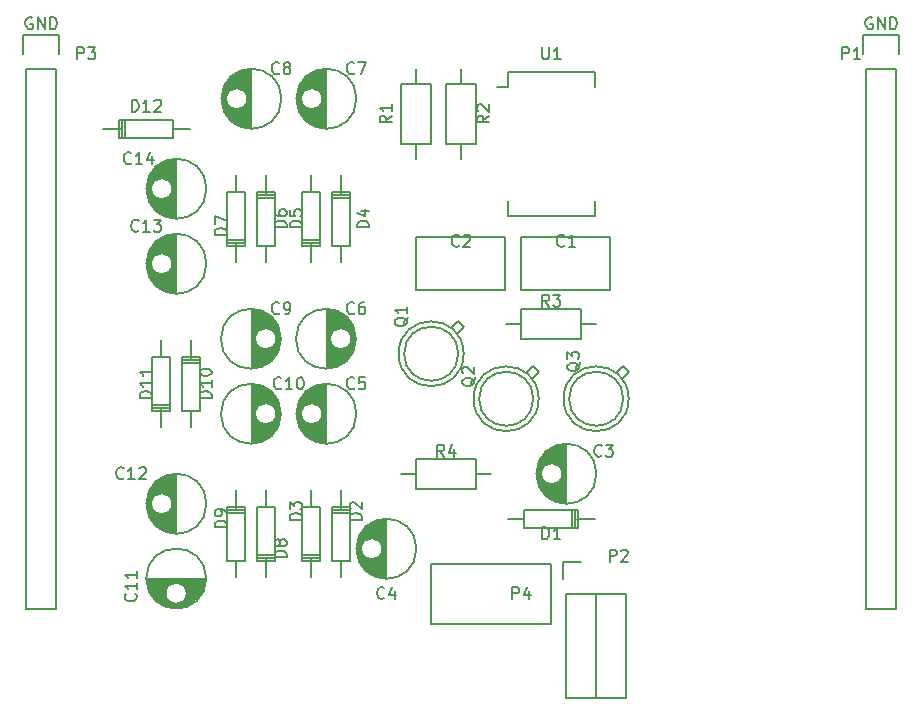
<source format=gbr>
G04 #@! TF.FileFunction,Legend,Top*
%FSLAX46Y46*%
G04 Gerber Fmt 4.6, Leading zero omitted, Abs format (unit mm)*
G04 Created by KiCad (PCBNEW 4.0.3+e1-6302~38~ubuntu16.04.1-stable) date Thu Aug 25 17:14:47 2016*
%MOMM*%
%LPD*%
G01*
G04 APERTURE LIST*
%ADD10C,0.100000*%
%ADD11C,0.150000*%
G04 APERTURE END LIST*
D10*
D11*
X114320000Y-51090000D02*
X121820000Y-51090000D01*
X121820000Y-51090000D02*
X121820000Y-55590000D01*
X121820000Y-55590000D02*
X114320000Y-55590000D01*
X114320000Y-55590000D02*
X114320000Y-51090000D01*
X105430000Y-51090000D02*
X112930000Y-51090000D01*
X112930000Y-51090000D02*
X112930000Y-55590000D01*
X112930000Y-55590000D02*
X105430000Y-55590000D01*
X105430000Y-55590000D02*
X105430000Y-51090000D01*
X114553480Y-74932540D02*
X113156480Y-74932540D01*
X118998480Y-74932540D02*
X120522480Y-74932540D01*
X118617480Y-75694540D02*
X118617480Y-74170540D01*
X118871480Y-75694540D02*
X118871480Y-74170540D01*
X119125480Y-74932540D02*
X119125480Y-74170540D01*
X119125480Y-74170540D02*
X114553480Y-74170540D01*
X114553480Y-74170540D02*
X114553480Y-75694540D01*
X114553480Y-75694540D02*
X119125480Y-75694540D01*
X119125480Y-75694540D02*
X119125480Y-74932540D01*
X99062540Y-78486520D02*
X99062540Y-79883520D01*
X99062540Y-74041520D02*
X99062540Y-72517520D01*
X99824540Y-74422520D02*
X98300540Y-74422520D01*
X99824540Y-74168520D02*
X98300540Y-74168520D01*
X99062540Y-73914520D02*
X98300540Y-73914520D01*
X98300540Y-73914520D02*
X98300540Y-78486520D01*
X98300540Y-78486520D02*
X99824540Y-78486520D01*
X99824540Y-78486520D02*
X99824540Y-73914520D01*
X99824540Y-73914520D02*
X99062540Y-73914520D01*
X96517460Y-73913480D02*
X96517460Y-72516480D01*
X96517460Y-78358480D02*
X96517460Y-79882480D01*
X95755460Y-77977480D02*
X97279460Y-77977480D01*
X95755460Y-78231480D02*
X97279460Y-78231480D01*
X96517460Y-78485480D02*
X97279460Y-78485480D01*
X97279460Y-78485480D02*
X97279460Y-73913480D01*
X97279460Y-73913480D02*
X95755460Y-73913480D01*
X95755460Y-73913480D02*
X95755460Y-78485480D01*
X95755460Y-78485480D02*
X96517460Y-78485480D01*
X99062540Y-51816520D02*
X99062540Y-53213520D01*
X99062540Y-47371520D02*
X99062540Y-45847520D01*
X99824540Y-47752520D02*
X98300540Y-47752520D01*
X99824540Y-47498520D02*
X98300540Y-47498520D01*
X99062540Y-47244520D02*
X98300540Y-47244520D01*
X98300540Y-47244520D02*
X98300540Y-51816520D01*
X98300540Y-51816520D02*
X99824540Y-51816520D01*
X99824540Y-51816520D02*
X99824540Y-47244520D01*
X99824540Y-47244520D02*
X99062540Y-47244520D01*
X96517460Y-47243480D02*
X96517460Y-45846480D01*
X96517460Y-51688480D02*
X96517460Y-53212480D01*
X95755460Y-51307480D02*
X97279460Y-51307480D01*
X95755460Y-51561480D02*
X97279460Y-51561480D01*
X96517460Y-51815480D02*
X97279460Y-51815480D01*
X97279460Y-51815480D02*
X97279460Y-47243480D01*
X97279460Y-47243480D02*
X95755460Y-47243480D01*
X95755460Y-47243480D02*
X95755460Y-51815480D01*
X95755460Y-51815480D02*
X96517460Y-51815480D01*
X90167460Y-47243480D02*
X90167460Y-45846480D01*
X90167460Y-51688480D02*
X90167460Y-53212480D01*
X89405460Y-51307480D02*
X90929460Y-51307480D01*
X89405460Y-51561480D02*
X90929460Y-51561480D01*
X90167460Y-51815480D02*
X90929460Y-51815480D01*
X90929460Y-51815480D02*
X90929460Y-47243480D01*
X90929460Y-47243480D02*
X89405460Y-47243480D01*
X89405460Y-47243480D02*
X89405460Y-51815480D01*
X89405460Y-51815480D02*
X90167460Y-51815480D01*
X92712540Y-51816520D02*
X92712540Y-53213520D01*
X92712540Y-47371520D02*
X92712540Y-45847520D01*
X93474540Y-47752520D02*
X91950540Y-47752520D01*
X93474540Y-47498520D02*
X91950540Y-47498520D01*
X92712540Y-47244520D02*
X91950540Y-47244520D01*
X91950540Y-47244520D02*
X91950540Y-51816520D01*
X91950540Y-51816520D02*
X93474540Y-51816520D01*
X93474540Y-51816520D02*
X93474540Y-47244520D01*
X93474540Y-47244520D02*
X92712540Y-47244520D01*
X92707460Y-73913480D02*
X92707460Y-72516480D01*
X92707460Y-78358480D02*
X92707460Y-79882480D01*
X91945460Y-77977480D02*
X93469460Y-77977480D01*
X91945460Y-78231480D02*
X93469460Y-78231480D01*
X92707460Y-78485480D02*
X93469460Y-78485480D01*
X93469460Y-78485480D02*
X93469460Y-73913480D01*
X93469460Y-73913480D02*
X91945460Y-73913480D01*
X91945460Y-73913480D02*
X91945460Y-78485480D01*
X91945460Y-78485480D02*
X92707460Y-78485480D01*
X90172540Y-78486520D02*
X90172540Y-79883520D01*
X90172540Y-74041520D02*
X90172540Y-72517520D01*
X90934540Y-74422520D02*
X89410540Y-74422520D01*
X90934540Y-74168520D02*
X89410540Y-74168520D01*
X90172540Y-73914520D02*
X89410540Y-73914520D01*
X89410540Y-73914520D02*
X89410540Y-78486520D01*
X89410540Y-78486520D02*
X90934540Y-78486520D01*
X90934540Y-78486520D02*
X90934540Y-73914520D01*
X90934540Y-73914520D02*
X90172540Y-73914520D01*
X86362540Y-65786520D02*
X86362540Y-67183520D01*
X86362540Y-61341520D02*
X86362540Y-59817520D01*
X87124540Y-61722520D02*
X85600540Y-61722520D01*
X87124540Y-61468520D02*
X85600540Y-61468520D01*
X86362540Y-61214520D02*
X85600540Y-61214520D01*
X85600540Y-61214520D02*
X85600540Y-65786520D01*
X85600540Y-65786520D02*
X87124540Y-65786520D01*
X87124540Y-65786520D02*
X87124540Y-61214520D01*
X87124540Y-61214520D02*
X86362540Y-61214520D01*
X83817460Y-61213480D02*
X83817460Y-59816480D01*
X83817460Y-65658480D02*
X83817460Y-67182480D01*
X83055460Y-65277480D02*
X84579460Y-65277480D01*
X83055460Y-65531480D02*
X84579460Y-65531480D01*
X83817460Y-65785480D02*
X84579460Y-65785480D01*
X84579460Y-65785480D02*
X84579460Y-61213480D01*
X84579460Y-61213480D02*
X83055460Y-61213480D01*
X83055460Y-61213480D02*
X83055460Y-65785480D01*
X83055460Y-65785480D02*
X83817460Y-65785480D01*
X84836520Y-41907460D02*
X86233520Y-41907460D01*
X80391520Y-41907460D02*
X78867520Y-41907460D01*
X80772520Y-41145460D02*
X80772520Y-42669460D01*
X80518520Y-41145460D02*
X80518520Y-42669460D01*
X80264520Y-41907460D02*
X80264520Y-42669460D01*
X80264520Y-42669460D02*
X84836520Y-42669460D01*
X84836520Y-42669460D02*
X84836520Y-41145460D01*
X84836520Y-41145460D02*
X80264520Y-41145460D01*
X80264520Y-41145460D02*
X80264520Y-41907460D01*
X106680000Y-38100000D02*
X106680000Y-43180000D01*
X106680000Y-43180000D02*
X104140000Y-43180000D01*
X104140000Y-43180000D02*
X104140000Y-38100000D01*
X104140000Y-38100000D02*
X106680000Y-38100000D01*
X105410000Y-38100000D02*
X105410000Y-36830000D01*
X105410000Y-43180000D02*
X105410000Y-44450000D01*
X110490000Y-38100000D02*
X110490000Y-43180000D01*
X110490000Y-43180000D02*
X107950000Y-43180000D01*
X107950000Y-43180000D02*
X107950000Y-38100000D01*
X107950000Y-38100000D02*
X110490000Y-38100000D01*
X109220000Y-38100000D02*
X109220000Y-36830000D01*
X109220000Y-43180000D02*
X109220000Y-44450000D01*
X114300000Y-57150000D02*
X119380000Y-57150000D01*
X119380000Y-57150000D02*
X119380000Y-59690000D01*
X119380000Y-59690000D02*
X114300000Y-59690000D01*
X114300000Y-59690000D02*
X114300000Y-57150000D01*
X114300000Y-58420000D02*
X113030000Y-58420000D01*
X119380000Y-58420000D02*
X120650000Y-58420000D01*
X110490000Y-72390000D02*
X105410000Y-72390000D01*
X105410000Y-72390000D02*
X105410000Y-69850000D01*
X105410000Y-69850000D02*
X110490000Y-69850000D01*
X110490000Y-69850000D02*
X110490000Y-72390000D01*
X110490000Y-71120000D02*
X111760000Y-71120000D01*
X105410000Y-71120000D02*
X104140000Y-71120000D01*
X113165000Y-37075000D02*
X113165000Y-38345000D01*
X120515000Y-37075000D02*
X120515000Y-38345000D01*
X120515000Y-49285000D02*
X120515000Y-48015000D01*
X113165000Y-49285000D02*
X113165000Y-48015000D01*
X113165000Y-37075000D02*
X120515000Y-37075000D01*
X113165000Y-49285000D02*
X120515000Y-49285000D01*
X113165000Y-38345000D02*
X112230000Y-38345000D01*
X85035000Y-49489000D02*
X85035000Y-44491000D01*
X84895000Y-49481000D02*
X84895000Y-44499000D01*
X84755000Y-49465000D02*
X84755000Y-47085000D01*
X84755000Y-46895000D02*
X84755000Y-44515000D01*
X84615000Y-49441000D02*
X84615000Y-47480000D01*
X84615000Y-46500000D02*
X84615000Y-44539000D01*
X84475000Y-49408000D02*
X84475000Y-47647000D01*
X84475000Y-46333000D02*
X84475000Y-44572000D01*
X84335000Y-49367000D02*
X84335000Y-47754000D01*
X84335000Y-46226000D02*
X84335000Y-44613000D01*
X84195000Y-49317000D02*
X84195000Y-47825000D01*
X84195000Y-46155000D02*
X84195000Y-44663000D01*
X84055000Y-49256000D02*
X84055000Y-47869000D01*
X84055000Y-46111000D02*
X84055000Y-44724000D01*
X83915000Y-49186000D02*
X83915000Y-47888000D01*
X83915000Y-46092000D02*
X83915000Y-44794000D01*
X83775000Y-49104000D02*
X83775000Y-47886000D01*
X83775000Y-46094000D02*
X83775000Y-44876000D01*
X83635000Y-49009000D02*
X83635000Y-47861000D01*
X83635000Y-46119000D02*
X83635000Y-44971000D01*
X83495000Y-48898000D02*
X83495000Y-47813000D01*
X83495000Y-46167000D02*
X83495000Y-45082000D01*
X83355000Y-48770000D02*
X83355000Y-47735000D01*
X83355000Y-46245000D02*
X83355000Y-45210000D01*
X83215000Y-48621000D02*
X83215000Y-47618000D01*
X83215000Y-46362000D02*
X83215000Y-45359000D01*
X83075000Y-48442000D02*
X83075000Y-47430000D01*
X83075000Y-46550000D02*
X83075000Y-45538000D01*
X82935000Y-48223000D02*
X82935000Y-45757000D01*
X82795000Y-47934000D02*
X82795000Y-46046000D01*
X82655000Y-47462000D02*
X82655000Y-46518000D01*
X84760000Y-46990000D02*
G75*
G03X84760000Y-46990000I-900000J0D01*
G01*
X87647500Y-46990000D02*
G75*
G03X87647500Y-46990000I-2537500J0D01*
G01*
X85035000Y-55839000D02*
X85035000Y-50841000D01*
X84895000Y-55831000D02*
X84895000Y-50849000D01*
X84755000Y-55815000D02*
X84755000Y-53435000D01*
X84755000Y-53245000D02*
X84755000Y-50865000D01*
X84615000Y-55791000D02*
X84615000Y-53830000D01*
X84615000Y-52850000D02*
X84615000Y-50889000D01*
X84475000Y-55758000D02*
X84475000Y-53997000D01*
X84475000Y-52683000D02*
X84475000Y-50922000D01*
X84335000Y-55717000D02*
X84335000Y-54104000D01*
X84335000Y-52576000D02*
X84335000Y-50963000D01*
X84195000Y-55667000D02*
X84195000Y-54175000D01*
X84195000Y-52505000D02*
X84195000Y-51013000D01*
X84055000Y-55606000D02*
X84055000Y-54219000D01*
X84055000Y-52461000D02*
X84055000Y-51074000D01*
X83915000Y-55536000D02*
X83915000Y-54238000D01*
X83915000Y-52442000D02*
X83915000Y-51144000D01*
X83775000Y-55454000D02*
X83775000Y-54236000D01*
X83775000Y-52444000D02*
X83775000Y-51226000D01*
X83635000Y-55359000D02*
X83635000Y-54211000D01*
X83635000Y-52469000D02*
X83635000Y-51321000D01*
X83495000Y-55248000D02*
X83495000Y-54163000D01*
X83495000Y-52517000D02*
X83495000Y-51432000D01*
X83355000Y-55120000D02*
X83355000Y-54085000D01*
X83355000Y-52595000D02*
X83355000Y-51560000D01*
X83215000Y-54971000D02*
X83215000Y-53968000D01*
X83215000Y-52712000D02*
X83215000Y-51709000D01*
X83075000Y-54792000D02*
X83075000Y-53780000D01*
X83075000Y-52900000D02*
X83075000Y-51888000D01*
X82935000Y-54573000D02*
X82935000Y-52107000D01*
X82795000Y-54284000D02*
X82795000Y-52396000D01*
X82655000Y-53812000D02*
X82655000Y-52868000D01*
X84760000Y-53340000D02*
G75*
G03X84760000Y-53340000I-900000J0D01*
G01*
X87647500Y-53340000D02*
G75*
G03X87647500Y-53340000I-2537500J0D01*
G01*
X85035000Y-76159000D02*
X85035000Y-71161000D01*
X84895000Y-76151000D02*
X84895000Y-71169000D01*
X84755000Y-76135000D02*
X84755000Y-73755000D01*
X84755000Y-73565000D02*
X84755000Y-71185000D01*
X84615000Y-76111000D02*
X84615000Y-74150000D01*
X84615000Y-73170000D02*
X84615000Y-71209000D01*
X84475000Y-76078000D02*
X84475000Y-74317000D01*
X84475000Y-73003000D02*
X84475000Y-71242000D01*
X84335000Y-76037000D02*
X84335000Y-74424000D01*
X84335000Y-72896000D02*
X84335000Y-71283000D01*
X84195000Y-75987000D02*
X84195000Y-74495000D01*
X84195000Y-72825000D02*
X84195000Y-71333000D01*
X84055000Y-75926000D02*
X84055000Y-74539000D01*
X84055000Y-72781000D02*
X84055000Y-71394000D01*
X83915000Y-75856000D02*
X83915000Y-74558000D01*
X83915000Y-72762000D02*
X83915000Y-71464000D01*
X83775000Y-75774000D02*
X83775000Y-74556000D01*
X83775000Y-72764000D02*
X83775000Y-71546000D01*
X83635000Y-75679000D02*
X83635000Y-74531000D01*
X83635000Y-72789000D02*
X83635000Y-71641000D01*
X83495000Y-75568000D02*
X83495000Y-74483000D01*
X83495000Y-72837000D02*
X83495000Y-71752000D01*
X83355000Y-75440000D02*
X83355000Y-74405000D01*
X83355000Y-72915000D02*
X83355000Y-71880000D01*
X83215000Y-75291000D02*
X83215000Y-74288000D01*
X83215000Y-73032000D02*
X83215000Y-72029000D01*
X83075000Y-75112000D02*
X83075000Y-74100000D01*
X83075000Y-73220000D02*
X83075000Y-72208000D01*
X82935000Y-74893000D02*
X82935000Y-72427000D01*
X82795000Y-74604000D02*
X82795000Y-72716000D01*
X82655000Y-74132000D02*
X82655000Y-73188000D01*
X84760000Y-73660000D02*
G75*
G03X84760000Y-73660000I-900000J0D01*
G01*
X87647500Y-73660000D02*
G75*
G03X87647500Y-73660000I-2537500J0D01*
G01*
X87589000Y-80065000D02*
X82591000Y-80065000D01*
X87581000Y-80205000D02*
X82599000Y-80205000D01*
X87565000Y-80345000D02*
X85185000Y-80345000D01*
X84995000Y-80345000D02*
X82615000Y-80345000D01*
X87541000Y-80485000D02*
X85580000Y-80485000D01*
X84600000Y-80485000D02*
X82639000Y-80485000D01*
X87508000Y-80625000D02*
X85747000Y-80625000D01*
X84433000Y-80625000D02*
X82672000Y-80625000D01*
X87467000Y-80765000D02*
X85854000Y-80765000D01*
X84326000Y-80765000D02*
X82713000Y-80765000D01*
X87417000Y-80905000D02*
X85925000Y-80905000D01*
X84255000Y-80905000D02*
X82763000Y-80905000D01*
X87356000Y-81045000D02*
X85969000Y-81045000D01*
X84211000Y-81045000D02*
X82824000Y-81045000D01*
X87286000Y-81185000D02*
X85988000Y-81185000D01*
X84192000Y-81185000D02*
X82894000Y-81185000D01*
X87204000Y-81325000D02*
X85986000Y-81325000D01*
X84194000Y-81325000D02*
X82976000Y-81325000D01*
X87109000Y-81465000D02*
X85961000Y-81465000D01*
X84219000Y-81465000D02*
X83071000Y-81465000D01*
X86998000Y-81605000D02*
X85913000Y-81605000D01*
X84267000Y-81605000D02*
X83182000Y-81605000D01*
X86870000Y-81745000D02*
X85835000Y-81745000D01*
X84345000Y-81745000D02*
X83310000Y-81745000D01*
X86721000Y-81885000D02*
X85718000Y-81885000D01*
X84462000Y-81885000D02*
X83459000Y-81885000D01*
X86542000Y-82025000D02*
X85530000Y-82025000D01*
X84650000Y-82025000D02*
X83638000Y-82025000D01*
X86323000Y-82165000D02*
X83857000Y-82165000D01*
X86034000Y-82305000D02*
X84146000Y-82305000D01*
X85562000Y-82445000D02*
X84618000Y-82445000D01*
X85990000Y-81240000D02*
G75*
G03X85990000Y-81240000I-900000J0D01*
G01*
X87627500Y-79990000D02*
G75*
G03X87627500Y-79990000I-2537500J0D01*
G01*
X91495000Y-63541000D02*
X91495000Y-68539000D01*
X91635000Y-63549000D02*
X91635000Y-68531000D01*
X91775000Y-63565000D02*
X91775000Y-65945000D01*
X91775000Y-66135000D02*
X91775000Y-68515000D01*
X91915000Y-63589000D02*
X91915000Y-65550000D01*
X91915000Y-66530000D02*
X91915000Y-68491000D01*
X92055000Y-63622000D02*
X92055000Y-65383000D01*
X92055000Y-66697000D02*
X92055000Y-68458000D01*
X92195000Y-63663000D02*
X92195000Y-65276000D01*
X92195000Y-66804000D02*
X92195000Y-68417000D01*
X92335000Y-63713000D02*
X92335000Y-65205000D01*
X92335000Y-66875000D02*
X92335000Y-68367000D01*
X92475000Y-63774000D02*
X92475000Y-65161000D01*
X92475000Y-66919000D02*
X92475000Y-68306000D01*
X92615000Y-63844000D02*
X92615000Y-65142000D01*
X92615000Y-66938000D02*
X92615000Y-68236000D01*
X92755000Y-63926000D02*
X92755000Y-65144000D01*
X92755000Y-66936000D02*
X92755000Y-68154000D01*
X92895000Y-64021000D02*
X92895000Y-65169000D01*
X92895000Y-66911000D02*
X92895000Y-68059000D01*
X93035000Y-64132000D02*
X93035000Y-65217000D01*
X93035000Y-66863000D02*
X93035000Y-67948000D01*
X93175000Y-64260000D02*
X93175000Y-65295000D01*
X93175000Y-66785000D02*
X93175000Y-67820000D01*
X93315000Y-64409000D02*
X93315000Y-65412000D01*
X93315000Y-66668000D02*
X93315000Y-67671000D01*
X93455000Y-64588000D02*
X93455000Y-65600000D01*
X93455000Y-66480000D02*
X93455000Y-67492000D01*
X93595000Y-64807000D02*
X93595000Y-67273000D01*
X93735000Y-65096000D02*
X93735000Y-66984000D01*
X93875000Y-65568000D02*
X93875000Y-66512000D01*
X93570000Y-66040000D02*
G75*
G03X93570000Y-66040000I-900000J0D01*
G01*
X93957500Y-66040000D02*
G75*
G03X93957500Y-66040000I-2537500J0D01*
G01*
X91495000Y-57191000D02*
X91495000Y-62189000D01*
X91635000Y-57199000D02*
X91635000Y-62181000D01*
X91775000Y-57215000D02*
X91775000Y-59595000D01*
X91775000Y-59785000D02*
X91775000Y-62165000D01*
X91915000Y-57239000D02*
X91915000Y-59200000D01*
X91915000Y-60180000D02*
X91915000Y-62141000D01*
X92055000Y-57272000D02*
X92055000Y-59033000D01*
X92055000Y-60347000D02*
X92055000Y-62108000D01*
X92195000Y-57313000D02*
X92195000Y-58926000D01*
X92195000Y-60454000D02*
X92195000Y-62067000D01*
X92335000Y-57363000D02*
X92335000Y-58855000D01*
X92335000Y-60525000D02*
X92335000Y-62017000D01*
X92475000Y-57424000D02*
X92475000Y-58811000D01*
X92475000Y-60569000D02*
X92475000Y-61956000D01*
X92615000Y-57494000D02*
X92615000Y-58792000D01*
X92615000Y-60588000D02*
X92615000Y-61886000D01*
X92755000Y-57576000D02*
X92755000Y-58794000D01*
X92755000Y-60586000D02*
X92755000Y-61804000D01*
X92895000Y-57671000D02*
X92895000Y-58819000D01*
X92895000Y-60561000D02*
X92895000Y-61709000D01*
X93035000Y-57782000D02*
X93035000Y-58867000D01*
X93035000Y-60513000D02*
X93035000Y-61598000D01*
X93175000Y-57910000D02*
X93175000Y-58945000D01*
X93175000Y-60435000D02*
X93175000Y-61470000D01*
X93315000Y-58059000D02*
X93315000Y-59062000D01*
X93315000Y-60318000D02*
X93315000Y-61321000D01*
X93455000Y-58238000D02*
X93455000Y-59250000D01*
X93455000Y-60130000D02*
X93455000Y-61142000D01*
X93595000Y-58457000D02*
X93595000Y-60923000D01*
X93735000Y-58746000D02*
X93735000Y-60634000D01*
X93875000Y-59218000D02*
X93875000Y-60162000D01*
X93570000Y-59690000D02*
G75*
G03X93570000Y-59690000I-900000J0D01*
G01*
X93957500Y-59690000D02*
G75*
G03X93957500Y-59690000I-2537500J0D01*
G01*
X91385000Y-41869000D02*
X91385000Y-36871000D01*
X91245000Y-41861000D02*
X91245000Y-36879000D01*
X91105000Y-41845000D02*
X91105000Y-39465000D01*
X91105000Y-39275000D02*
X91105000Y-36895000D01*
X90965000Y-41821000D02*
X90965000Y-39860000D01*
X90965000Y-38880000D02*
X90965000Y-36919000D01*
X90825000Y-41788000D02*
X90825000Y-40027000D01*
X90825000Y-38713000D02*
X90825000Y-36952000D01*
X90685000Y-41747000D02*
X90685000Y-40134000D01*
X90685000Y-38606000D02*
X90685000Y-36993000D01*
X90545000Y-41697000D02*
X90545000Y-40205000D01*
X90545000Y-38535000D02*
X90545000Y-37043000D01*
X90405000Y-41636000D02*
X90405000Y-40249000D01*
X90405000Y-38491000D02*
X90405000Y-37104000D01*
X90265000Y-41566000D02*
X90265000Y-40268000D01*
X90265000Y-38472000D02*
X90265000Y-37174000D01*
X90125000Y-41484000D02*
X90125000Y-40266000D01*
X90125000Y-38474000D02*
X90125000Y-37256000D01*
X89985000Y-41389000D02*
X89985000Y-40241000D01*
X89985000Y-38499000D02*
X89985000Y-37351000D01*
X89845000Y-41278000D02*
X89845000Y-40193000D01*
X89845000Y-38547000D02*
X89845000Y-37462000D01*
X89705000Y-41150000D02*
X89705000Y-40115000D01*
X89705000Y-38625000D02*
X89705000Y-37590000D01*
X89565000Y-41001000D02*
X89565000Y-39998000D01*
X89565000Y-38742000D02*
X89565000Y-37739000D01*
X89425000Y-40822000D02*
X89425000Y-39810000D01*
X89425000Y-38930000D02*
X89425000Y-37918000D01*
X89285000Y-40603000D02*
X89285000Y-38137000D01*
X89145000Y-40314000D02*
X89145000Y-38426000D01*
X89005000Y-39842000D02*
X89005000Y-38898000D01*
X91110000Y-39370000D02*
G75*
G03X91110000Y-39370000I-900000J0D01*
G01*
X93997500Y-39370000D02*
G75*
G03X93997500Y-39370000I-2537500J0D01*
G01*
X97735000Y-41869000D02*
X97735000Y-36871000D01*
X97595000Y-41861000D02*
X97595000Y-36879000D01*
X97455000Y-41845000D02*
X97455000Y-39465000D01*
X97455000Y-39275000D02*
X97455000Y-36895000D01*
X97315000Y-41821000D02*
X97315000Y-39860000D01*
X97315000Y-38880000D02*
X97315000Y-36919000D01*
X97175000Y-41788000D02*
X97175000Y-40027000D01*
X97175000Y-38713000D02*
X97175000Y-36952000D01*
X97035000Y-41747000D02*
X97035000Y-40134000D01*
X97035000Y-38606000D02*
X97035000Y-36993000D01*
X96895000Y-41697000D02*
X96895000Y-40205000D01*
X96895000Y-38535000D02*
X96895000Y-37043000D01*
X96755000Y-41636000D02*
X96755000Y-40249000D01*
X96755000Y-38491000D02*
X96755000Y-37104000D01*
X96615000Y-41566000D02*
X96615000Y-40268000D01*
X96615000Y-38472000D02*
X96615000Y-37174000D01*
X96475000Y-41484000D02*
X96475000Y-40266000D01*
X96475000Y-38474000D02*
X96475000Y-37256000D01*
X96335000Y-41389000D02*
X96335000Y-40241000D01*
X96335000Y-38499000D02*
X96335000Y-37351000D01*
X96195000Y-41278000D02*
X96195000Y-40193000D01*
X96195000Y-38547000D02*
X96195000Y-37462000D01*
X96055000Y-41150000D02*
X96055000Y-40115000D01*
X96055000Y-38625000D02*
X96055000Y-37590000D01*
X95915000Y-41001000D02*
X95915000Y-39998000D01*
X95915000Y-38742000D02*
X95915000Y-37739000D01*
X95775000Y-40822000D02*
X95775000Y-39810000D01*
X95775000Y-38930000D02*
X95775000Y-37918000D01*
X95635000Y-40603000D02*
X95635000Y-38137000D01*
X95495000Y-40314000D02*
X95495000Y-38426000D01*
X95355000Y-39842000D02*
X95355000Y-38898000D01*
X97460000Y-39370000D02*
G75*
G03X97460000Y-39370000I-900000J0D01*
G01*
X100347500Y-39370000D02*
G75*
G03X100347500Y-39370000I-2537500J0D01*
G01*
X97845000Y-57191000D02*
X97845000Y-62189000D01*
X97985000Y-57199000D02*
X97985000Y-62181000D01*
X98125000Y-57215000D02*
X98125000Y-59595000D01*
X98125000Y-59785000D02*
X98125000Y-62165000D01*
X98265000Y-57239000D02*
X98265000Y-59200000D01*
X98265000Y-60180000D02*
X98265000Y-62141000D01*
X98405000Y-57272000D02*
X98405000Y-59033000D01*
X98405000Y-60347000D02*
X98405000Y-62108000D01*
X98545000Y-57313000D02*
X98545000Y-58926000D01*
X98545000Y-60454000D02*
X98545000Y-62067000D01*
X98685000Y-57363000D02*
X98685000Y-58855000D01*
X98685000Y-60525000D02*
X98685000Y-62017000D01*
X98825000Y-57424000D02*
X98825000Y-58811000D01*
X98825000Y-60569000D02*
X98825000Y-61956000D01*
X98965000Y-57494000D02*
X98965000Y-58792000D01*
X98965000Y-60588000D02*
X98965000Y-61886000D01*
X99105000Y-57576000D02*
X99105000Y-58794000D01*
X99105000Y-60586000D02*
X99105000Y-61804000D01*
X99245000Y-57671000D02*
X99245000Y-58819000D01*
X99245000Y-60561000D02*
X99245000Y-61709000D01*
X99385000Y-57782000D02*
X99385000Y-58867000D01*
X99385000Y-60513000D02*
X99385000Y-61598000D01*
X99525000Y-57910000D02*
X99525000Y-58945000D01*
X99525000Y-60435000D02*
X99525000Y-61470000D01*
X99665000Y-58059000D02*
X99665000Y-59062000D01*
X99665000Y-60318000D02*
X99665000Y-61321000D01*
X99805000Y-58238000D02*
X99805000Y-59250000D01*
X99805000Y-60130000D02*
X99805000Y-61142000D01*
X99945000Y-58457000D02*
X99945000Y-60923000D01*
X100085000Y-58746000D02*
X100085000Y-60634000D01*
X100225000Y-59218000D02*
X100225000Y-60162000D01*
X99920000Y-59690000D02*
G75*
G03X99920000Y-59690000I-900000J0D01*
G01*
X100307500Y-59690000D02*
G75*
G03X100307500Y-59690000I-2537500J0D01*
G01*
X97735000Y-68539000D02*
X97735000Y-63541000D01*
X97595000Y-68531000D02*
X97595000Y-63549000D01*
X97455000Y-68515000D02*
X97455000Y-66135000D01*
X97455000Y-65945000D02*
X97455000Y-63565000D01*
X97315000Y-68491000D02*
X97315000Y-66530000D01*
X97315000Y-65550000D02*
X97315000Y-63589000D01*
X97175000Y-68458000D02*
X97175000Y-66697000D01*
X97175000Y-65383000D02*
X97175000Y-63622000D01*
X97035000Y-68417000D02*
X97035000Y-66804000D01*
X97035000Y-65276000D02*
X97035000Y-63663000D01*
X96895000Y-68367000D02*
X96895000Y-66875000D01*
X96895000Y-65205000D02*
X96895000Y-63713000D01*
X96755000Y-68306000D02*
X96755000Y-66919000D01*
X96755000Y-65161000D02*
X96755000Y-63774000D01*
X96615000Y-68236000D02*
X96615000Y-66938000D01*
X96615000Y-65142000D02*
X96615000Y-63844000D01*
X96475000Y-68154000D02*
X96475000Y-66936000D01*
X96475000Y-65144000D02*
X96475000Y-63926000D01*
X96335000Y-68059000D02*
X96335000Y-66911000D01*
X96335000Y-65169000D02*
X96335000Y-64021000D01*
X96195000Y-67948000D02*
X96195000Y-66863000D01*
X96195000Y-65217000D02*
X96195000Y-64132000D01*
X96055000Y-67820000D02*
X96055000Y-66785000D01*
X96055000Y-65295000D02*
X96055000Y-64260000D01*
X95915000Y-67671000D02*
X95915000Y-66668000D01*
X95915000Y-65412000D02*
X95915000Y-64409000D01*
X95775000Y-67492000D02*
X95775000Y-66480000D01*
X95775000Y-65600000D02*
X95775000Y-64588000D01*
X95635000Y-67273000D02*
X95635000Y-64807000D01*
X95495000Y-66984000D02*
X95495000Y-65096000D01*
X95355000Y-66512000D02*
X95355000Y-65568000D01*
X97460000Y-66040000D02*
G75*
G03X97460000Y-66040000I-900000J0D01*
G01*
X100347500Y-66040000D02*
G75*
G03X100347500Y-66040000I-2537500J0D01*
G01*
X102815000Y-79969000D02*
X102815000Y-74971000D01*
X102675000Y-79961000D02*
X102675000Y-74979000D01*
X102535000Y-79945000D02*
X102535000Y-77565000D01*
X102535000Y-77375000D02*
X102535000Y-74995000D01*
X102395000Y-79921000D02*
X102395000Y-77960000D01*
X102395000Y-76980000D02*
X102395000Y-75019000D01*
X102255000Y-79888000D02*
X102255000Y-78127000D01*
X102255000Y-76813000D02*
X102255000Y-75052000D01*
X102115000Y-79847000D02*
X102115000Y-78234000D01*
X102115000Y-76706000D02*
X102115000Y-75093000D01*
X101975000Y-79797000D02*
X101975000Y-78305000D01*
X101975000Y-76635000D02*
X101975000Y-75143000D01*
X101835000Y-79736000D02*
X101835000Y-78349000D01*
X101835000Y-76591000D02*
X101835000Y-75204000D01*
X101695000Y-79666000D02*
X101695000Y-78368000D01*
X101695000Y-76572000D02*
X101695000Y-75274000D01*
X101555000Y-79584000D02*
X101555000Y-78366000D01*
X101555000Y-76574000D02*
X101555000Y-75356000D01*
X101415000Y-79489000D02*
X101415000Y-78341000D01*
X101415000Y-76599000D02*
X101415000Y-75451000D01*
X101275000Y-79378000D02*
X101275000Y-78293000D01*
X101275000Y-76647000D02*
X101275000Y-75562000D01*
X101135000Y-79250000D02*
X101135000Y-78215000D01*
X101135000Y-76725000D02*
X101135000Y-75690000D01*
X100995000Y-79101000D02*
X100995000Y-78098000D01*
X100995000Y-76842000D02*
X100995000Y-75839000D01*
X100855000Y-78922000D02*
X100855000Y-77910000D01*
X100855000Y-77030000D02*
X100855000Y-76018000D01*
X100715000Y-78703000D02*
X100715000Y-76237000D01*
X100575000Y-78414000D02*
X100575000Y-76526000D01*
X100435000Y-77942000D02*
X100435000Y-76998000D01*
X102540000Y-77470000D02*
G75*
G03X102540000Y-77470000I-900000J0D01*
G01*
X105427500Y-77470000D02*
G75*
G03X105427500Y-77470000I-2537500J0D01*
G01*
X118055000Y-73619000D02*
X118055000Y-68621000D01*
X117915000Y-73611000D02*
X117915000Y-68629000D01*
X117775000Y-73595000D02*
X117775000Y-71215000D01*
X117775000Y-71025000D02*
X117775000Y-68645000D01*
X117635000Y-73571000D02*
X117635000Y-71610000D01*
X117635000Y-70630000D02*
X117635000Y-68669000D01*
X117495000Y-73538000D02*
X117495000Y-71777000D01*
X117495000Y-70463000D02*
X117495000Y-68702000D01*
X117355000Y-73497000D02*
X117355000Y-71884000D01*
X117355000Y-70356000D02*
X117355000Y-68743000D01*
X117215000Y-73447000D02*
X117215000Y-71955000D01*
X117215000Y-70285000D02*
X117215000Y-68793000D01*
X117075000Y-73386000D02*
X117075000Y-71999000D01*
X117075000Y-70241000D02*
X117075000Y-68854000D01*
X116935000Y-73316000D02*
X116935000Y-72018000D01*
X116935000Y-70222000D02*
X116935000Y-68924000D01*
X116795000Y-73234000D02*
X116795000Y-72016000D01*
X116795000Y-70224000D02*
X116795000Y-69006000D01*
X116655000Y-73139000D02*
X116655000Y-71991000D01*
X116655000Y-70249000D02*
X116655000Y-69101000D01*
X116515000Y-73028000D02*
X116515000Y-71943000D01*
X116515000Y-70297000D02*
X116515000Y-69212000D01*
X116375000Y-72900000D02*
X116375000Y-71865000D01*
X116375000Y-70375000D02*
X116375000Y-69340000D01*
X116235000Y-72751000D02*
X116235000Y-71748000D01*
X116235000Y-70492000D02*
X116235000Y-69489000D01*
X116095000Y-72572000D02*
X116095000Y-71560000D01*
X116095000Y-70680000D02*
X116095000Y-69668000D01*
X115955000Y-72353000D02*
X115955000Y-69887000D01*
X115815000Y-72064000D02*
X115815000Y-70176000D01*
X115675000Y-71592000D02*
X115675000Y-70648000D01*
X117780000Y-71120000D02*
G75*
G03X117780000Y-71120000I-900000J0D01*
G01*
X120667500Y-71120000D02*
G75*
G03X120667500Y-71120000I-2537500J0D01*
G01*
X108966000Y-58166000D02*
X108458000Y-58674000D01*
X108966000Y-59182000D02*
X109474000Y-58674000D01*
X109474000Y-58674000D02*
X108966000Y-58166000D01*
X108966000Y-60960000D02*
G75*
G03X108966000Y-60960000I-2286000J0D01*
G01*
X109430000Y-60960000D02*
G75*
G03X109430000Y-60960000I-2750000J0D01*
G01*
X122936000Y-61976000D02*
X122428000Y-62484000D01*
X122936000Y-62992000D02*
X123444000Y-62484000D01*
X123444000Y-62484000D02*
X122936000Y-61976000D01*
X122936000Y-64770000D02*
G75*
G03X122936000Y-64770000I-2286000J0D01*
G01*
X123400000Y-64770000D02*
G75*
G03X123400000Y-64770000I-2750000J0D01*
G01*
X115316000Y-61976000D02*
X114808000Y-62484000D01*
X115316000Y-62992000D02*
X115824000Y-62484000D01*
X115824000Y-62484000D02*
X115316000Y-61976000D01*
X115316000Y-64770000D02*
G75*
G03X115316000Y-64770000I-2286000J0D01*
G01*
X115780000Y-64770000D02*
G75*
G03X115780000Y-64770000I-2750000J0D01*
G01*
X123190000Y-90110000D02*
X123190000Y-81280000D01*
X120650000Y-90110000D02*
X123190000Y-90110000D01*
X120650000Y-81280000D02*
X120650000Y-90110000D01*
X120650000Y-81280000D02*
X123190000Y-81280000D01*
X118110000Y-81280000D02*
X120650000Y-81280000D01*
X119380000Y-78610000D02*
X117830000Y-78610000D01*
X117830000Y-78610000D02*
X117830000Y-80010000D01*
X118110000Y-81280000D02*
X118110000Y-90110000D01*
X118110000Y-90110000D02*
X120650000Y-90110000D01*
X120650000Y-90110000D02*
X120650000Y-81280000D01*
X72390000Y-36830000D02*
X72390000Y-82550000D01*
X72390000Y-82550000D02*
X74930000Y-82550000D01*
X74930000Y-82550000D02*
X74930000Y-36830000D01*
X72110000Y-34010000D02*
X72110000Y-35560000D01*
X72390000Y-36830000D02*
X74930000Y-36830000D01*
X75210000Y-35560000D02*
X75210000Y-34010000D01*
X75210000Y-34010000D02*
X72110000Y-34010000D01*
X143510000Y-36830000D02*
X143510000Y-82550000D01*
X143510000Y-82550000D02*
X146050000Y-82550000D01*
X146050000Y-82550000D02*
X146050000Y-36830000D01*
X143230000Y-34010000D02*
X143230000Y-35560000D01*
X143510000Y-36830000D02*
X146050000Y-36830000D01*
X146330000Y-35560000D02*
X146330000Y-34010000D01*
X146330000Y-34010000D02*
X143230000Y-34010000D01*
X106680000Y-78740000D02*
X116840000Y-78740000D01*
X116840000Y-78740000D02*
X116840000Y-83820000D01*
X116840000Y-83820000D02*
X106680000Y-83820000D01*
X106680000Y-83820000D02*
X106680000Y-78740000D01*
X117943334Y-51792143D02*
X117895715Y-51839762D01*
X117752858Y-51887381D01*
X117657620Y-51887381D01*
X117514762Y-51839762D01*
X117419524Y-51744524D01*
X117371905Y-51649286D01*
X117324286Y-51458810D01*
X117324286Y-51315952D01*
X117371905Y-51125476D01*
X117419524Y-51030238D01*
X117514762Y-50935000D01*
X117657620Y-50887381D01*
X117752858Y-50887381D01*
X117895715Y-50935000D01*
X117943334Y-50982619D01*
X118895715Y-51887381D02*
X118324286Y-51887381D01*
X118610000Y-51887381D02*
X118610000Y-50887381D01*
X118514762Y-51030238D01*
X118419524Y-51125476D01*
X118324286Y-51173095D01*
X109053334Y-51792143D02*
X109005715Y-51839762D01*
X108862858Y-51887381D01*
X108767620Y-51887381D01*
X108624762Y-51839762D01*
X108529524Y-51744524D01*
X108481905Y-51649286D01*
X108434286Y-51458810D01*
X108434286Y-51315952D01*
X108481905Y-51125476D01*
X108529524Y-51030238D01*
X108624762Y-50935000D01*
X108767620Y-50887381D01*
X108862858Y-50887381D01*
X109005715Y-50935000D01*
X109053334Y-50982619D01*
X109434286Y-50982619D02*
X109481905Y-50935000D01*
X109577143Y-50887381D01*
X109815239Y-50887381D01*
X109910477Y-50935000D01*
X109958096Y-50982619D01*
X110005715Y-51077857D01*
X110005715Y-51173095D01*
X109958096Y-51315952D01*
X109386667Y-51887381D01*
X110005715Y-51887381D01*
X116101905Y-76652381D02*
X116101905Y-75652381D01*
X116340000Y-75652381D01*
X116482858Y-75700000D01*
X116578096Y-75795238D01*
X116625715Y-75890476D01*
X116673334Y-76080952D01*
X116673334Y-76223810D01*
X116625715Y-76414286D01*
X116578096Y-76509524D01*
X116482858Y-76604762D01*
X116340000Y-76652381D01*
X116101905Y-76652381D01*
X117625715Y-76652381D02*
X117054286Y-76652381D01*
X117340000Y-76652381D02*
X117340000Y-75652381D01*
X117244762Y-75795238D01*
X117149524Y-75890476D01*
X117054286Y-75938095D01*
X100782381Y-75033095D02*
X99782381Y-75033095D01*
X99782381Y-74795000D01*
X99830000Y-74652142D01*
X99925238Y-74556904D01*
X100020476Y-74509285D01*
X100210952Y-74461666D01*
X100353810Y-74461666D01*
X100544286Y-74509285D01*
X100639524Y-74556904D01*
X100734762Y-74652142D01*
X100782381Y-74795000D01*
X100782381Y-75033095D01*
X99877619Y-74080714D02*
X99830000Y-74033095D01*
X99782381Y-73937857D01*
X99782381Y-73699761D01*
X99830000Y-73604523D01*
X99877619Y-73556904D01*
X99972857Y-73509285D01*
X100068095Y-73509285D01*
X100210952Y-73556904D01*
X100782381Y-74128333D01*
X100782381Y-73509285D01*
X95702381Y-75033095D02*
X94702381Y-75033095D01*
X94702381Y-74795000D01*
X94750000Y-74652142D01*
X94845238Y-74556904D01*
X94940476Y-74509285D01*
X95130952Y-74461666D01*
X95273810Y-74461666D01*
X95464286Y-74509285D01*
X95559524Y-74556904D01*
X95654762Y-74652142D01*
X95702381Y-74795000D01*
X95702381Y-75033095D01*
X94702381Y-74128333D02*
X94702381Y-73509285D01*
X95083333Y-73842619D01*
X95083333Y-73699761D01*
X95130952Y-73604523D01*
X95178571Y-73556904D01*
X95273810Y-73509285D01*
X95511905Y-73509285D01*
X95607143Y-73556904D01*
X95654762Y-73604523D01*
X95702381Y-73699761D01*
X95702381Y-73985476D01*
X95654762Y-74080714D01*
X95607143Y-74128333D01*
X101417381Y-50268095D02*
X100417381Y-50268095D01*
X100417381Y-50030000D01*
X100465000Y-49887142D01*
X100560238Y-49791904D01*
X100655476Y-49744285D01*
X100845952Y-49696666D01*
X100988810Y-49696666D01*
X101179286Y-49744285D01*
X101274524Y-49791904D01*
X101369762Y-49887142D01*
X101417381Y-50030000D01*
X101417381Y-50268095D01*
X100750714Y-48839523D02*
X101417381Y-48839523D01*
X100369762Y-49077619D02*
X101084048Y-49315714D01*
X101084048Y-48696666D01*
X95702381Y-50268095D02*
X94702381Y-50268095D01*
X94702381Y-50030000D01*
X94750000Y-49887142D01*
X94845238Y-49791904D01*
X94940476Y-49744285D01*
X95130952Y-49696666D01*
X95273810Y-49696666D01*
X95464286Y-49744285D01*
X95559524Y-49791904D01*
X95654762Y-49887142D01*
X95702381Y-50030000D01*
X95702381Y-50268095D01*
X94702381Y-48791904D02*
X94702381Y-49268095D01*
X95178571Y-49315714D01*
X95130952Y-49268095D01*
X95083333Y-49172857D01*
X95083333Y-48934761D01*
X95130952Y-48839523D01*
X95178571Y-48791904D01*
X95273810Y-48744285D01*
X95511905Y-48744285D01*
X95607143Y-48791904D01*
X95654762Y-48839523D01*
X95702381Y-48934761D01*
X95702381Y-49172857D01*
X95654762Y-49268095D01*
X95607143Y-49315714D01*
X94432381Y-50268095D02*
X93432381Y-50268095D01*
X93432381Y-50030000D01*
X93480000Y-49887142D01*
X93575238Y-49791904D01*
X93670476Y-49744285D01*
X93860952Y-49696666D01*
X94003810Y-49696666D01*
X94194286Y-49744285D01*
X94289524Y-49791904D01*
X94384762Y-49887142D01*
X94432381Y-50030000D01*
X94432381Y-50268095D01*
X93432381Y-48839523D02*
X93432381Y-49030000D01*
X93480000Y-49125238D01*
X93527619Y-49172857D01*
X93670476Y-49268095D01*
X93860952Y-49315714D01*
X94241905Y-49315714D01*
X94337143Y-49268095D01*
X94384762Y-49220476D01*
X94432381Y-49125238D01*
X94432381Y-48934761D01*
X94384762Y-48839523D01*
X94337143Y-48791904D01*
X94241905Y-48744285D01*
X94003810Y-48744285D01*
X93908571Y-48791904D01*
X93860952Y-48839523D01*
X93813333Y-48934761D01*
X93813333Y-49125238D01*
X93860952Y-49220476D01*
X93908571Y-49268095D01*
X94003810Y-49315714D01*
X89352381Y-50903095D02*
X88352381Y-50903095D01*
X88352381Y-50665000D01*
X88400000Y-50522142D01*
X88495238Y-50426904D01*
X88590476Y-50379285D01*
X88780952Y-50331666D01*
X88923810Y-50331666D01*
X89114286Y-50379285D01*
X89209524Y-50426904D01*
X89304762Y-50522142D01*
X89352381Y-50665000D01*
X89352381Y-50903095D01*
X88352381Y-49998333D02*
X88352381Y-49331666D01*
X89352381Y-49760238D01*
X94432381Y-78208095D02*
X93432381Y-78208095D01*
X93432381Y-77970000D01*
X93480000Y-77827142D01*
X93575238Y-77731904D01*
X93670476Y-77684285D01*
X93860952Y-77636666D01*
X94003810Y-77636666D01*
X94194286Y-77684285D01*
X94289524Y-77731904D01*
X94384762Y-77827142D01*
X94432381Y-77970000D01*
X94432381Y-78208095D01*
X93860952Y-77065238D02*
X93813333Y-77160476D01*
X93765714Y-77208095D01*
X93670476Y-77255714D01*
X93622857Y-77255714D01*
X93527619Y-77208095D01*
X93480000Y-77160476D01*
X93432381Y-77065238D01*
X93432381Y-76874761D01*
X93480000Y-76779523D01*
X93527619Y-76731904D01*
X93622857Y-76684285D01*
X93670476Y-76684285D01*
X93765714Y-76731904D01*
X93813333Y-76779523D01*
X93860952Y-76874761D01*
X93860952Y-77065238D01*
X93908571Y-77160476D01*
X93956190Y-77208095D01*
X94051429Y-77255714D01*
X94241905Y-77255714D01*
X94337143Y-77208095D01*
X94384762Y-77160476D01*
X94432381Y-77065238D01*
X94432381Y-76874761D01*
X94384762Y-76779523D01*
X94337143Y-76731904D01*
X94241905Y-76684285D01*
X94051429Y-76684285D01*
X93956190Y-76731904D01*
X93908571Y-76779523D01*
X93860952Y-76874761D01*
X89352381Y-75668095D02*
X88352381Y-75668095D01*
X88352381Y-75430000D01*
X88400000Y-75287142D01*
X88495238Y-75191904D01*
X88590476Y-75144285D01*
X88780952Y-75096666D01*
X88923810Y-75096666D01*
X89114286Y-75144285D01*
X89209524Y-75191904D01*
X89304762Y-75287142D01*
X89352381Y-75430000D01*
X89352381Y-75668095D01*
X89352381Y-74620476D02*
X89352381Y-74430000D01*
X89304762Y-74334761D01*
X89257143Y-74287142D01*
X89114286Y-74191904D01*
X88923810Y-74144285D01*
X88542857Y-74144285D01*
X88447619Y-74191904D01*
X88400000Y-74239523D01*
X88352381Y-74334761D01*
X88352381Y-74525238D01*
X88400000Y-74620476D01*
X88447619Y-74668095D01*
X88542857Y-74715714D01*
X88780952Y-74715714D01*
X88876190Y-74668095D01*
X88923810Y-74620476D01*
X88971429Y-74525238D01*
X88971429Y-74334761D01*
X88923810Y-74239523D01*
X88876190Y-74191904D01*
X88780952Y-74144285D01*
X88082381Y-64714286D02*
X87082381Y-64714286D01*
X87082381Y-64476191D01*
X87130000Y-64333333D01*
X87225238Y-64238095D01*
X87320476Y-64190476D01*
X87510952Y-64142857D01*
X87653810Y-64142857D01*
X87844286Y-64190476D01*
X87939524Y-64238095D01*
X88034762Y-64333333D01*
X88082381Y-64476191D01*
X88082381Y-64714286D01*
X88082381Y-63190476D02*
X88082381Y-63761905D01*
X88082381Y-63476191D02*
X87082381Y-63476191D01*
X87225238Y-63571429D01*
X87320476Y-63666667D01*
X87368095Y-63761905D01*
X87082381Y-62571429D02*
X87082381Y-62476190D01*
X87130000Y-62380952D01*
X87177619Y-62333333D01*
X87272857Y-62285714D01*
X87463333Y-62238095D01*
X87701429Y-62238095D01*
X87891905Y-62285714D01*
X87987143Y-62333333D01*
X88034762Y-62380952D01*
X88082381Y-62476190D01*
X88082381Y-62571429D01*
X88034762Y-62666667D01*
X87987143Y-62714286D01*
X87891905Y-62761905D01*
X87701429Y-62809524D01*
X87463333Y-62809524D01*
X87272857Y-62761905D01*
X87177619Y-62714286D01*
X87130000Y-62666667D01*
X87082381Y-62571429D01*
X83002381Y-64714286D02*
X82002381Y-64714286D01*
X82002381Y-64476191D01*
X82050000Y-64333333D01*
X82145238Y-64238095D01*
X82240476Y-64190476D01*
X82430952Y-64142857D01*
X82573810Y-64142857D01*
X82764286Y-64190476D01*
X82859524Y-64238095D01*
X82954762Y-64333333D01*
X83002381Y-64476191D01*
X83002381Y-64714286D01*
X83002381Y-63190476D02*
X83002381Y-63761905D01*
X83002381Y-63476191D02*
X82002381Y-63476191D01*
X82145238Y-63571429D01*
X82240476Y-63666667D01*
X82288095Y-63761905D01*
X83002381Y-62238095D02*
X83002381Y-62809524D01*
X83002381Y-62523810D02*
X82002381Y-62523810D01*
X82145238Y-62619048D01*
X82240476Y-62714286D01*
X82288095Y-62809524D01*
X81335714Y-40457381D02*
X81335714Y-39457381D01*
X81573809Y-39457381D01*
X81716667Y-39505000D01*
X81811905Y-39600238D01*
X81859524Y-39695476D01*
X81907143Y-39885952D01*
X81907143Y-40028810D01*
X81859524Y-40219286D01*
X81811905Y-40314524D01*
X81716667Y-40409762D01*
X81573809Y-40457381D01*
X81335714Y-40457381D01*
X82859524Y-40457381D02*
X82288095Y-40457381D01*
X82573809Y-40457381D02*
X82573809Y-39457381D01*
X82478571Y-39600238D01*
X82383333Y-39695476D01*
X82288095Y-39743095D01*
X83240476Y-39552619D02*
X83288095Y-39505000D01*
X83383333Y-39457381D01*
X83621429Y-39457381D01*
X83716667Y-39505000D01*
X83764286Y-39552619D01*
X83811905Y-39647857D01*
X83811905Y-39743095D01*
X83764286Y-39885952D01*
X83192857Y-40457381D01*
X83811905Y-40457381D01*
X103322381Y-40806666D02*
X102846190Y-41140000D01*
X103322381Y-41378095D02*
X102322381Y-41378095D01*
X102322381Y-40997142D01*
X102370000Y-40901904D01*
X102417619Y-40854285D01*
X102512857Y-40806666D01*
X102655714Y-40806666D01*
X102750952Y-40854285D01*
X102798571Y-40901904D01*
X102846190Y-40997142D01*
X102846190Y-41378095D01*
X103322381Y-39854285D02*
X103322381Y-40425714D01*
X103322381Y-40140000D02*
X102322381Y-40140000D01*
X102465238Y-40235238D01*
X102560476Y-40330476D01*
X102608095Y-40425714D01*
X111577381Y-40806666D02*
X111101190Y-41140000D01*
X111577381Y-41378095D02*
X110577381Y-41378095D01*
X110577381Y-40997142D01*
X110625000Y-40901904D01*
X110672619Y-40854285D01*
X110767857Y-40806666D01*
X110910714Y-40806666D01*
X111005952Y-40854285D01*
X111053571Y-40901904D01*
X111101190Y-40997142D01*
X111101190Y-41378095D01*
X110672619Y-40425714D02*
X110625000Y-40378095D01*
X110577381Y-40282857D01*
X110577381Y-40044761D01*
X110625000Y-39949523D01*
X110672619Y-39901904D01*
X110767857Y-39854285D01*
X110863095Y-39854285D01*
X111005952Y-39901904D01*
X111577381Y-40473333D01*
X111577381Y-39854285D01*
X116673334Y-56967381D02*
X116340000Y-56491190D01*
X116101905Y-56967381D02*
X116101905Y-55967381D01*
X116482858Y-55967381D01*
X116578096Y-56015000D01*
X116625715Y-56062619D01*
X116673334Y-56157857D01*
X116673334Y-56300714D01*
X116625715Y-56395952D01*
X116578096Y-56443571D01*
X116482858Y-56491190D01*
X116101905Y-56491190D01*
X117006667Y-55967381D02*
X117625715Y-55967381D01*
X117292381Y-56348333D01*
X117435239Y-56348333D01*
X117530477Y-56395952D01*
X117578096Y-56443571D01*
X117625715Y-56538810D01*
X117625715Y-56776905D01*
X117578096Y-56872143D01*
X117530477Y-56919762D01*
X117435239Y-56967381D01*
X117149524Y-56967381D01*
X117054286Y-56919762D01*
X117006667Y-56872143D01*
X107783334Y-69667381D02*
X107450000Y-69191190D01*
X107211905Y-69667381D02*
X107211905Y-68667381D01*
X107592858Y-68667381D01*
X107688096Y-68715000D01*
X107735715Y-68762619D01*
X107783334Y-68857857D01*
X107783334Y-69000714D01*
X107735715Y-69095952D01*
X107688096Y-69143571D01*
X107592858Y-69191190D01*
X107211905Y-69191190D01*
X108640477Y-69000714D02*
X108640477Y-69667381D01*
X108402381Y-68619762D02*
X108164286Y-69334048D01*
X108783334Y-69334048D01*
X116078095Y-35012381D02*
X116078095Y-35821905D01*
X116125714Y-35917143D01*
X116173333Y-35964762D01*
X116268571Y-36012381D01*
X116459048Y-36012381D01*
X116554286Y-35964762D01*
X116601905Y-35917143D01*
X116649524Y-35821905D01*
X116649524Y-35012381D01*
X117649524Y-36012381D02*
X117078095Y-36012381D01*
X117363809Y-36012381D02*
X117363809Y-35012381D01*
X117268571Y-35155238D01*
X117173333Y-35250476D01*
X117078095Y-35298095D01*
X81272143Y-44807143D02*
X81224524Y-44854762D01*
X81081667Y-44902381D01*
X80986429Y-44902381D01*
X80843571Y-44854762D01*
X80748333Y-44759524D01*
X80700714Y-44664286D01*
X80653095Y-44473810D01*
X80653095Y-44330952D01*
X80700714Y-44140476D01*
X80748333Y-44045238D01*
X80843571Y-43950000D01*
X80986429Y-43902381D01*
X81081667Y-43902381D01*
X81224524Y-43950000D01*
X81272143Y-43997619D01*
X82224524Y-44902381D02*
X81653095Y-44902381D01*
X81938809Y-44902381D02*
X81938809Y-43902381D01*
X81843571Y-44045238D01*
X81748333Y-44140476D01*
X81653095Y-44188095D01*
X83081667Y-44235714D02*
X83081667Y-44902381D01*
X82843571Y-43854762D02*
X82605476Y-44569048D01*
X83224524Y-44569048D01*
X81907143Y-50522143D02*
X81859524Y-50569762D01*
X81716667Y-50617381D01*
X81621429Y-50617381D01*
X81478571Y-50569762D01*
X81383333Y-50474524D01*
X81335714Y-50379286D01*
X81288095Y-50188810D01*
X81288095Y-50045952D01*
X81335714Y-49855476D01*
X81383333Y-49760238D01*
X81478571Y-49665000D01*
X81621429Y-49617381D01*
X81716667Y-49617381D01*
X81859524Y-49665000D01*
X81907143Y-49712619D01*
X82859524Y-50617381D02*
X82288095Y-50617381D01*
X82573809Y-50617381D02*
X82573809Y-49617381D01*
X82478571Y-49760238D01*
X82383333Y-49855476D01*
X82288095Y-49903095D01*
X83192857Y-49617381D02*
X83811905Y-49617381D01*
X83478571Y-49998333D01*
X83621429Y-49998333D01*
X83716667Y-50045952D01*
X83764286Y-50093571D01*
X83811905Y-50188810D01*
X83811905Y-50426905D01*
X83764286Y-50522143D01*
X83716667Y-50569762D01*
X83621429Y-50617381D01*
X83335714Y-50617381D01*
X83240476Y-50569762D01*
X83192857Y-50522143D01*
X80637143Y-71477143D02*
X80589524Y-71524762D01*
X80446667Y-71572381D01*
X80351429Y-71572381D01*
X80208571Y-71524762D01*
X80113333Y-71429524D01*
X80065714Y-71334286D01*
X80018095Y-71143810D01*
X80018095Y-71000952D01*
X80065714Y-70810476D01*
X80113333Y-70715238D01*
X80208571Y-70620000D01*
X80351429Y-70572381D01*
X80446667Y-70572381D01*
X80589524Y-70620000D01*
X80637143Y-70667619D01*
X81589524Y-71572381D02*
X81018095Y-71572381D01*
X81303809Y-71572381D02*
X81303809Y-70572381D01*
X81208571Y-70715238D01*
X81113333Y-70810476D01*
X81018095Y-70858095D01*
X81970476Y-70667619D02*
X82018095Y-70620000D01*
X82113333Y-70572381D01*
X82351429Y-70572381D01*
X82446667Y-70620000D01*
X82494286Y-70667619D01*
X82541905Y-70762857D01*
X82541905Y-70858095D01*
X82494286Y-71000952D01*
X81922857Y-71572381D01*
X82541905Y-71572381D01*
X81637143Y-81287857D02*
X81684762Y-81335476D01*
X81732381Y-81478333D01*
X81732381Y-81573571D01*
X81684762Y-81716429D01*
X81589524Y-81811667D01*
X81494286Y-81859286D01*
X81303810Y-81906905D01*
X81160952Y-81906905D01*
X80970476Y-81859286D01*
X80875238Y-81811667D01*
X80780000Y-81716429D01*
X80732381Y-81573571D01*
X80732381Y-81478333D01*
X80780000Y-81335476D01*
X80827619Y-81287857D01*
X81732381Y-80335476D02*
X81732381Y-80906905D01*
X81732381Y-80621191D02*
X80732381Y-80621191D01*
X80875238Y-80716429D01*
X80970476Y-80811667D01*
X81018095Y-80906905D01*
X81732381Y-79383095D02*
X81732381Y-79954524D01*
X81732381Y-79668810D02*
X80732381Y-79668810D01*
X80875238Y-79764048D01*
X80970476Y-79859286D01*
X81018095Y-79954524D01*
X93972143Y-63857143D02*
X93924524Y-63904762D01*
X93781667Y-63952381D01*
X93686429Y-63952381D01*
X93543571Y-63904762D01*
X93448333Y-63809524D01*
X93400714Y-63714286D01*
X93353095Y-63523810D01*
X93353095Y-63380952D01*
X93400714Y-63190476D01*
X93448333Y-63095238D01*
X93543571Y-63000000D01*
X93686429Y-62952381D01*
X93781667Y-62952381D01*
X93924524Y-63000000D01*
X93972143Y-63047619D01*
X94924524Y-63952381D02*
X94353095Y-63952381D01*
X94638809Y-63952381D02*
X94638809Y-62952381D01*
X94543571Y-63095238D01*
X94448333Y-63190476D01*
X94353095Y-63238095D01*
X95543571Y-62952381D02*
X95638810Y-62952381D01*
X95734048Y-63000000D01*
X95781667Y-63047619D01*
X95829286Y-63142857D01*
X95876905Y-63333333D01*
X95876905Y-63571429D01*
X95829286Y-63761905D01*
X95781667Y-63857143D01*
X95734048Y-63904762D01*
X95638810Y-63952381D01*
X95543571Y-63952381D01*
X95448333Y-63904762D01*
X95400714Y-63857143D01*
X95353095Y-63761905D01*
X95305476Y-63571429D01*
X95305476Y-63333333D01*
X95353095Y-63142857D01*
X95400714Y-63047619D01*
X95448333Y-63000000D01*
X95543571Y-62952381D01*
X93813334Y-57507143D02*
X93765715Y-57554762D01*
X93622858Y-57602381D01*
X93527620Y-57602381D01*
X93384762Y-57554762D01*
X93289524Y-57459524D01*
X93241905Y-57364286D01*
X93194286Y-57173810D01*
X93194286Y-57030952D01*
X93241905Y-56840476D01*
X93289524Y-56745238D01*
X93384762Y-56650000D01*
X93527620Y-56602381D01*
X93622858Y-56602381D01*
X93765715Y-56650000D01*
X93813334Y-56697619D01*
X94289524Y-57602381D02*
X94480000Y-57602381D01*
X94575239Y-57554762D01*
X94622858Y-57507143D01*
X94718096Y-57364286D01*
X94765715Y-57173810D01*
X94765715Y-56792857D01*
X94718096Y-56697619D01*
X94670477Y-56650000D01*
X94575239Y-56602381D01*
X94384762Y-56602381D01*
X94289524Y-56650000D01*
X94241905Y-56697619D01*
X94194286Y-56792857D01*
X94194286Y-57030952D01*
X94241905Y-57126190D01*
X94289524Y-57173810D01*
X94384762Y-57221429D01*
X94575239Y-57221429D01*
X94670477Y-57173810D01*
X94718096Y-57126190D01*
X94765715Y-57030952D01*
X93813334Y-37187143D02*
X93765715Y-37234762D01*
X93622858Y-37282381D01*
X93527620Y-37282381D01*
X93384762Y-37234762D01*
X93289524Y-37139524D01*
X93241905Y-37044286D01*
X93194286Y-36853810D01*
X93194286Y-36710952D01*
X93241905Y-36520476D01*
X93289524Y-36425238D01*
X93384762Y-36330000D01*
X93527620Y-36282381D01*
X93622858Y-36282381D01*
X93765715Y-36330000D01*
X93813334Y-36377619D01*
X94384762Y-36710952D02*
X94289524Y-36663333D01*
X94241905Y-36615714D01*
X94194286Y-36520476D01*
X94194286Y-36472857D01*
X94241905Y-36377619D01*
X94289524Y-36330000D01*
X94384762Y-36282381D01*
X94575239Y-36282381D01*
X94670477Y-36330000D01*
X94718096Y-36377619D01*
X94765715Y-36472857D01*
X94765715Y-36520476D01*
X94718096Y-36615714D01*
X94670477Y-36663333D01*
X94575239Y-36710952D01*
X94384762Y-36710952D01*
X94289524Y-36758571D01*
X94241905Y-36806190D01*
X94194286Y-36901429D01*
X94194286Y-37091905D01*
X94241905Y-37187143D01*
X94289524Y-37234762D01*
X94384762Y-37282381D01*
X94575239Y-37282381D01*
X94670477Y-37234762D01*
X94718096Y-37187143D01*
X94765715Y-37091905D01*
X94765715Y-36901429D01*
X94718096Y-36806190D01*
X94670477Y-36758571D01*
X94575239Y-36710952D01*
X100163334Y-37187143D02*
X100115715Y-37234762D01*
X99972858Y-37282381D01*
X99877620Y-37282381D01*
X99734762Y-37234762D01*
X99639524Y-37139524D01*
X99591905Y-37044286D01*
X99544286Y-36853810D01*
X99544286Y-36710952D01*
X99591905Y-36520476D01*
X99639524Y-36425238D01*
X99734762Y-36330000D01*
X99877620Y-36282381D01*
X99972858Y-36282381D01*
X100115715Y-36330000D01*
X100163334Y-36377619D01*
X100496667Y-36282381D02*
X101163334Y-36282381D01*
X100734762Y-37282381D01*
X100163334Y-57507143D02*
X100115715Y-57554762D01*
X99972858Y-57602381D01*
X99877620Y-57602381D01*
X99734762Y-57554762D01*
X99639524Y-57459524D01*
X99591905Y-57364286D01*
X99544286Y-57173810D01*
X99544286Y-57030952D01*
X99591905Y-56840476D01*
X99639524Y-56745238D01*
X99734762Y-56650000D01*
X99877620Y-56602381D01*
X99972858Y-56602381D01*
X100115715Y-56650000D01*
X100163334Y-56697619D01*
X101020477Y-56602381D02*
X100830000Y-56602381D01*
X100734762Y-56650000D01*
X100687143Y-56697619D01*
X100591905Y-56840476D01*
X100544286Y-57030952D01*
X100544286Y-57411905D01*
X100591905Y-57507143D01*
X100639524Y-57554762D01*
X100734762Y-57602381D01*
X100925239Y-57602381D01*
X101020477Y-57554762D01*
X101068096Y-57507143D01*
X101115715Y-57411905D01*
X101115715Y-57173810D01*
X101068096Y-57078571D01*
X101020477Y-57030952D01*
X100925239Y-56983333D01*
X100734762Y-56983333D01*
X100639524Y-57030952D01*
X100591905Y-57078571D01*
X100544286Y-57173810D01*
X100163334Y-63857143D02*
X100115715Y-63904762D01*
X99972858Y-63952381D01*
X99877620Y-63952381D01*
X99734762Y-63904762D01*
X99639524Y-63809524D01*
X99591905Y-63714286D01*
X99544286Y-63523810D01*
X99544286Y-63380952D01*
X99591905Y-63190476D01*
X99639524Y-63095238D01*
X99734762Y-63000000D01*
X99877620Y-62952381D01*
X99972858Y-62952381D01*
X100115715Y-63000000D01*
X100163334Y-63047619D01*
X101068096Y-62952381D02*
X100591905Y-62952381D01*
X100544286Y-63428571D01*
X100591905Y-63380952D01*
X100687143Y-63333333D01*
X100925239Y-63333333D01*
X101020477Y-63380952D01*
X101068096Y-63428571D01*
X101115715Y-63523810D01*
X101115715Y-63761905D01*
X101068096Y-63857143D01*
X101020477Y-63904762D01*
X100925239Y-63952381D01*
X100687143Y-63952381D01*
X100591905Y-63904762D01*
X100544286Y-63857143D01*
X102723334Y-81627143D02*
X102675715Y-81674762D01*
X102532858Y-81722381D01*
X102437620Y-81722381D01*
X102294762Y-81674762D01*
X102199524Y-81579524D01*
X102151905Y-81484286D01*
X102104286Y-81293810D01*
X102104286Y-81150952D01*
X102151905Y-80960476D01*
X102199524Y-80865238D01*
X102294762Y-80770000D01*
X102437620Y-80722381D01*
X102532858Y-80722381D01*
X102675715Y-80770000D01*
X102723334Y-80817619D01*
X103580477Y-81055714D02*
X103580477Y-81722381D01*
X103342381Y-80674762D02*
X103104286Y-81389048D01*
X103723334Y-81389048D01*
X121118334Y-69572143D02*
X121070715Y-69619762D01*
X120927858Y-69667381D01*
X120832620Y-69667381D01*
X120689762Y-69619762D01*
X120594524Y-69524524D01*
X120546905Y-69429286D01*
X120499286Y-69238810D01*
X120499286Y-69095952D01*
X120546905Y-68905476D01*
X120594524Y-68810238D01*
X120689762Y-68715000D01*
X120832620Y-68667381D01*
X120927858Y-68667381D01*
X121070715Y-68715000D01*
X121118334Y-68762619D01*
X121451667Y-68667381D02*
X122070715Y-68667381D01*
X121737381Y-69048333D01*
X121880239Y-69048333D01*
X121975477Y-69095952D01*
X122023096Y-69143571D01*
X122070715Y-69238810D01*
X122070715Y-69476905D01*
X122023096Y-69572143D01*
X121975477Y-69619762D01*
X121880239Y-69667381D01*
X121594524Y-69667381D01*
X121499286Y-69619762D01*
X121451667Y-69572143D01*
X104687619Y-57880238D02*
X104640000Y-57975476D01*
X104544762Y-58070714D01*
X104401905Y-58213571D01*
X104354286Y-58308810D01*
X104354286Y-58404048D01*
X104592381Y-58356429D02*
X104544762Y-58451667D01*
X104449524Y-58546905D01*
X104259048Y-58594524D01*
X103925714Y-58594524D01*
X103735238Y-58546905D01*
X103640000Y-58451667D01*
X103592381Y-58356429D01*
X103592381Y-58165952D01*
X103640000Y-58070714D01*
X103735238Y-57975476D01*
X103925714Y-57927857D01*
X104259048Y-57927857D01*
X104449524Y-57975476D01*
X104544762Y-58070714D01*
X104592381Y-58165952D01*
X104592381Y-58356429D01*
X104592381Y-56975476D02*
X104592381Y-57546905D01*
X104592381Y-57261191D02*
X103592381Y-57261191D01*
X103735238Y-57356429D01*
X103830476Y-57451667D01*
X103878095Y-57546905D01*
X119292619Y-61690238D02*
X119245000Y-61785476D01*
X119149762Y-61880714D01*
X119006905Y-62023571D01*
X118959286Y-62118810D01*
X118959286Y-62214048D01*
X119197381Y-62166429D02*
X119149762Y-62261667D01*
X119054524Y-62356905D01*
X118864048Y-62404524D01*
X118530714Y-62404524D01*
X118340238Y-62356905D01*
X118245000Y-62261667D01*
X118197381Y-62166429D01*
X118197381Y-61975952D01*
X118245000Y-61880714D01*
X118340238Y-61785476D01*
X118530714Y-61737857D01*
X118864048Y-61737857D01*
X119054524Y-61785476D01*
X119149762Y-61880714D01*
X119197381Y-61975952D01*
X119197381Y-62166429D01*
X118197381Y-61404524D02*
X118197381Y-60785476D01*
X118578333Y-61118810D01*
X118578333Y-60975952D01*
X118625952Y-60880714D01*
X118673571Y-60833095D01*
X118768810Y-60785476D01*
X119006905Y-60785476D01*
X119102143Y-60833095D01*
X119149762Y-60880714D01*
X119197381Y-60975952D01*
X119197381Y-61261667D01*
X119149762Y-61356905D01*
X119102143Y-61404524D01*
X110402619Y-62960238D02*
X110355000Y-63055476D01*
X110259762Y-63150714D01*
X110116905Y-63293571D01*
X110069286Y-63388810D01*
X110069286Y-63484048D01*
X110307381Y-63436429D02*
X110259762Y-63531667D01*
X110164524Y-63626905D01*
X109974048Y-63674524D01*
X109640714Y-63674524D01*
X109450238Y-63626905D01*
X109355000Y-63531667D01*
X109307381Y-63436429D01*
X109307381Y-63245952D01*
X109355000Y-63150714D01*
X109450238Y-63055476D01*
X109640714Y-63007857D01*
X109974048Y-63007857D01*
X110164524Y-63055476D01*
X110259762Y-63150714D01*
X110307381Y-63245952D01*
X110307381Y-63436429D01*
X109402619Y-62626905D02*
X109355000Y-62579286D01*
X109307381Y-62484048D01*
X109307381Y-62245952D01*
X109355000Y-62150714D01*
X109402619Y-62103095D01*
X109497857Y-62055476D01*
X109593095Y-62055476D01*
X109735952Y-62103095D01*
X110307381Y-62674524D01*
X110307381Y-62055476D01*
X121816905Y-78557381D02*
X121816905Y-77557381D01*
X122197858Y-77557381D01*
X122293096Y-77605000D01*
X122340715Y-77652619D01*
X122388334Y-77747857D01*
X122388334Y-77890714D01*
X122340715Y-77985952D01*
X122293096Y-78033571D01*
X122197858Y-78081190D01*
X121816905Y-78081190D01*
X122769286Y-77652619D02*
X122816905Y-77605000D01*
X122912143Y-77557381D01*
X123150239Y-77557381D01*
X123245477Y-77605000D01*
X123293096Y-77652619D01*
X123340715Y-77747857D01*
X123340715Y-77843095D01*
X123293096Y-77985952D01*
X122721667Y-78557381D01*
X123340715Y-78557381D01*
X76731905Y-36012381D02*
X76731905Y-35012381D01*
X77112858Y-35012381D01*
X77208096Y-35060000D01*
X77255715Y-35107619D01*
X77303334Y-35202857D01*
X77303334Y-35345714D01*
X77255715Y-35440952D01*
X77208096Y-35488571D01*
X77112858Y-35536190D01*
X76731905Y-35536190D01*
X77636667Y-35012381D02*
X78255715Y-35012381D01*
X77922381Y-35393333D01*
X78065239Y-35393333D01*
X78160477Y-35440952D01*
X78208096Y-35488571D01*
X78255715Y-35583810D01*
X78255715Y-35821905D01*
X78208096Y-35917143D01*
X78160477Y-35964762D01*
X78065239Y-36012381D01*
X77779524Y-36012381D01*
X77684286Y-35964762D01*
X77636667Y-35917143D01*
X72898096Y-32520000D02*
X72802858Y-32472381D01*
X72660001Y-32472381D01*
X72517143Y-32520000D01*
X72421905Y-32615238D01*
X72374286Y-32710476D01*
X72326667Y-32900952D01*
X72326667Y-33043810D01*
X72374286Y-33234286D01*
X72421905Y-33329524D01*
X72517143Y-33424762D01*
X72660001Y-33472381D01*
X72755239Y-33472381D01*
X72898096Y-33424762D01*
X72945715Y-33377143D01*
X72945715Y-33043810D01*
X72755239Y-33043810D01*
X73374286Y-33472381D02*
X73374286Y-32472381D01*
X73945715Y-33472381D01*
X73945715Y-32472381D01*
X74421905Y-33472381D02*
X74421905Y-32472381D01*
X74660000Y-32472381D01*
X74802858Y-32520000D01*
X74898096Y-32615238D01*
X74945715Y-32710476D01*
X74993334Y-32900952D01*
X74993334Y-33043810D01*
X74945715Y-33234286D01*
X74898096Y-33329524D01*
X74802858Y-33424762D01*
X74660000Y-33472381D01*
X74421905Y-33472381D01*
X141501905Y-36012381D02*
X141501905Y-35012381D01*
X141882858Y-35012381D01*
X141978096Y-35060000D01*
X142025715Y-35107619D01*
X142073334Y-35202857D01*
X142073334Y-35345714D01*
X142025715Y-35440952D01*
X141978096Y-35488571D01*
X141882858Y-35536190D01*
X141501905Y-35536190D01*
X143025715Y-36012381D02*
X142454286Y-36012381D01*
X142740000Y-36012381D02*
X142740000Y-35012381D01*
X142644762Y-35155238D01*
X142549524Y-35250476D01*
X142454286Y-35298095D01*
X144018096Y-32520000D02*
X143922858Y-32472381D01*
X143780001Y-32472381D01*
X143637143Y-32520000D01*
X143541905Y-32615238D01*
X143494286Y-32710476D01*
X143446667Y-32900952D01*
X143446667Y-33043810D01*
X143494286Y-33234286D01*
X143541905Y-33329524D01*
X143637143Y-33424762D01*
X143780001Y-33472381D01*
X143875239Y-33472381D01*
X144018096Y-33424762D01*
X144065715Y-33377143D01*
X144065715Y-33043810D01*
X143875239Y-33043810D01*
X144494286Y-33472381D02*
X144494286Y-32472381D01*
X145065715Y-33472381D01*
X145065715Y-32472381D01*
X145541905Y-33472381D02*
X145541905Y-32472381D01*
X145780000Y-32472381D01*
X145922858Y-32520000D01*
X146018096Y-32615238D01*
X146065715Y-32710476D01*
X146113334Y-32900952D01*
X146113334Y-33043810D01*
X146065715Y-33234286D01*
X146018096Y-33329524D01*
X145922858Y-33424762D01*
X145780000Y-33472381D01*
X145541905Y-33472381D01*
X113561905Y-81732381D02*
X113561905Y-80732381D01*
X113942858Y-80732381D01*
X114038096Y-80780000D01*
X114085715Y-80827619D01*
X114133334Y-80922857D01*
X114133334Y-81065714D01*
X114085715Y-81160952D01*
X114038096Y-81208571D01*
X113942858Y-81256190D01*
X113561905Y-81256190D01*
X114990477Y-81065714D02*
X114990477Y-81732381D01*
X114752381Y-80684762D02*
X114514286Y-81399048D01*
X115133334Y-81399048D01*
M02*

</source>
